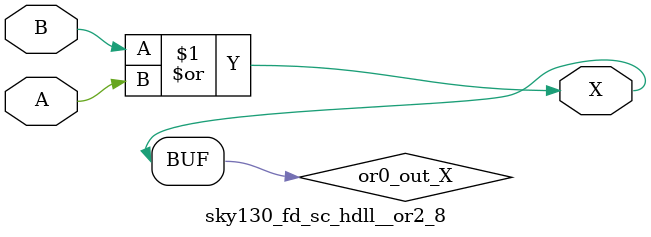
<source format=v>
/*
 * Copyright 2020 The SkyWater PDK Authors
 *
 * Licensed under the Apache License, Version 2.0 (the "License");
 * you may not use this file except in compliance with the License.
 * You may obtain a copy of the License at
 *
 *     https://www.apache.org/licenses/LICENSE-2.0
 *
 * Unless required by applicable law or agreed to in writing, software
 * distributed under the License is distributed on an "AS IS" BASIS,
 * WITHOUT WARRANTIES OR CONDITIONS OF ANY KIND, either express or implied.
 * See the License for the specific language governing permissions and
 * limitations under the License.
 *
 * SPDX-License-Identifier: Apache-2.0
*/


`ifndef SKY130_FD_SC_HDLL__OR2_8_FUNCTIONAL_V
`define SKY130_FD_SC_HDLL__OR2_8_FUNCTIONAL_V

/**
 * or2: 2-input OR.
 *
 * Verilog simulation functional model.
 */

`timescale 1ns / 1ps
`default_nettype none

`celldefine
module sky130_fd_sc_hdll__or2_8 (
    X,
    A,
    B
);

    // Module ports
    output X;
    input  A;
    input  B;

    // Local signals
    wire or0_out_X;

    //  Name  Output     Other arguments
    or  or0  (or0_out_X, B, A           );
    buf buf0 (X        , or0_out_X      );

endmodule
`endcelldefine

`default_nettype wire
`endif  // SKY130_FD_SC_HDLL__OR2_8_FUNCTIONAL_V

</source>
